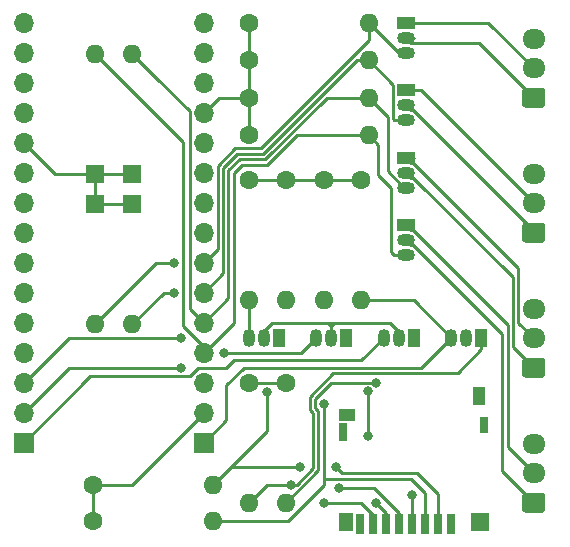
<source format=gbr>
%TF.GenerationSoftware,KiCad,Pcbnew,5.1.7*%
%TF.CreationDate,2020-10-23T00:09:38-07:00*%
%TF.ProjectId,n64_basic,6e36345f-6261-4736-9963-2e6b69636164,rev?*%
%TF.SameCoordinates,Original*%
%TF.FileFunction,Copper,L1,Top*%
%TF.FilePolarity,Positive*%
%FSLAX46Y46*%
G04 Gerber Fmt 4.6, Leading zero omitted, Abs format (unit mm)*
G04 Created by KiCad (PCBNEW 5.1.7) date 2020-10-23 00:09:38*
%MOMM*%
%LPD*%
G01*
G04 APERTURE LIST*
%TA.AperFunction,ComponentPad*%
%ADD10O,1.600000X1.600000*%
%TD*%
%TA.AperFunction,ComponentPad*%
%ADD11R,1.600000X1.600000*%
%TD*%
%TA.AperFunction,ComponentPad*%
%ADD12C,1.600000*%
%TD*%
%TA.AperFunction,ComponentPad*%
%ADD13O,1.950000X1.700000*%
%TD*%
%TA.AperFunction,ComponentPad*%
%ADD14R,1.050000X1.500000*%
%TD*%
%TA.AperFunction,ComponentPad*%
%ADD15O,1.050000X1.500000*%
%TD*%
%TA.AperFunction,ComponentPad*%
%ADD16R,1.500000X1.050000*%
%TD*%
%TA.AperFunction,ComponentPad*%
%ADD17O,1.500000X1.050000*%
%TD*%
%TA.AperFunction,SMDPad,CuDef*%
%ADD18R,1.000000X1.550000*%
%TD*%
%TA.AperFunction,SMDPad,CuDef*%
%ADD19R,1.500000X1.500000*%
%TD*%
%TA.AperFunction,SMDPad,CuDef*%
%ADD20R,0.700000X1.750000*%
%TD*%
%TA.AperFunction,SMDPad,CuDef*%
%ADD21R,0.800000X1.400000*%
%TD*%
%TA.AperFunction,SMDPad,CuDef*%
%ADD22R,1.450000X1.000000*%
%TD*%
%TA.AperFunction,SMDPad,CuDef*%
%ADD23R,0.800000X1.500000*%
%TD*%
%TA.AperFunction,SMDPad,CuDef*%
%ADD24R,1.300000X1.500000*%
%TD*%
%TA.AperFunction,ComponentPad*%
%ADD25O,1.700000X1.700000*%
%TD*%
%TA.AperFunction,ComponentPad*%
%ADD26R,1.700000X1.700000*%
%TD*%
%TA.AperFunction,ViaPad*%
%ADD27C,0.800000*%
%TD*%
%TA.AperFunction,Conductor*%
%ADD28C,0.254000*%
%TD*%
G04 APERTURE END LIST*
D10*
%TO.P,D1,2*%
%TO.N,A0*%
X97472500Y-82677000D03*
D11*
%TO.P,D1,1*%
%TO.N,INT1*%
X97472500Y-92837000D03*
%TD*%
D10*
%TO.P,D2,2*%
%TO.N,A1*%
X100647500Y-82677000D03*
D11*
%TO.P,D2,1*%
%TO.N,INT1*%
X100647500Y-92837000D03*
%TD*%
D10*
%TO.P,D3,2*%
%TO.N,A2*%
X100647500Y-105537000D03*
D11*
%TO.P,D3,1*%
%TO.N,INT1*%
X100647500Y-95377000D03*
%TD*%
D10*
%TO.P,D4,2*%
%TO.N,A3*%
X97472500Y-105537000D03*
D11*
%TO.P,D4,1*%
%TO.N,INT1*%
X97472500Y-95377000D03*
%TD*%
D10*
%TO.P,R1,2*%
%TO.N,A0*%
X120650000Y-89535000D03*
D12*
%TO.P,R1,1*%
%TO.N,5v*%
X110490000Y-89535000D03*
%TD*%
D10*
%TO.P,R2,2*%
%TO.N,A1*%
X120650000Y-86360000D03*
D12*
%TO.P,R2,1*%
%TO.N,5v*%
X110490000Y-86360000D03*
%TD*%
D10*
%TO.P,R3,2*%
%TO.N,A2*%
X120650000Y-83185000D03*
D12*
%TO.P,R3,1*%
%TO.N,5v*%
X110490000Y-83185000D03*
%TD*%
D10*
%TO.P,R4,2*%
%TO.N,A3*%
X120650000Y-80010000D03*
D12*
%TO.P,R4,1*%
%TO.N,5v*%
X110490000Y-80010000D03*
%TD*%
%TO.P,R9,1*%
%TO.N,3v3*%
X97282000Y-119126000D03*
D10*
%TO.P,R9,2*%
%TO.N,SS*%
X107442000Y-119126000D03*
%TD*%
%TO.P,R5,2*%
%TO.N,D10*%
X110490000Y-103505000D03*
D12*
%TO.P,R5,1*%
%TO.N,5v*%
X110490000Y-93345000D03*
%TD*%
%TO.P,R10,1*%
%TO.N,3v3*%
X97282000Y-122174000D03*
D10*
%TO.P,R10,2*%
%TO.N,MOSI*%
X107442000Y-122174000D03*
%TD*%
%TO.P,R6,2*%
%TO.N,D11*%
X113665000Y-103505000D03*
D12*
%TO.P,R6,1*%
%TO.N,5v*%
X113665000Y-93345000D03*
%TD*%
D10*
%TO.P,R11,2*%
%TO.N,MISO*%
X113665000Y-120650000D03*
D12*
%TO.P,R11,1*%
%TO.N,3v3*%
X113665000Y-110490000D03*
%TD*%
D10*
%TO.P,R7,2*%
%TO.N,D12*%
X116840000Y-103505000D03*
D12*
%TO.P,R7,1*%
%TO.N,5v*%
X116840000Y-93345000D03*
%TD*%
D10*
%TO.P,R12,2*%
%TO.N,SCK*%
X110490000Y-120650000D03*
D12*
%TO.P,R12,1*%
%TO.N,3v3*%
X110490000Y-110490000D03*
%TD*%
D10*
%TO.P,R8,2*%
%TO.N,D13*%
X120015000Y-103505000D03*
D12*
%TO.P,R8,1*%
%TO.N,5v*%
X120015000Y-93345000D03*
%TD*%
D13*
%TO.P,J4,3*%
%TO.N,GND*%
X134620000Y-81360000D03*
%TO.P,J4,2*%
%TO.N,Net-(J4-Pad2)*%
X134620000Y-83860000D03*
%TO.P,J4,1*%
%TO.N,Net-(J4-Pad1)*%
%TA.AperFunction,ComponentPad*%
G36*
G01*
X135345000Y-87210000D02*
X133895000Y-87210000D01*
G75*
G02*
X133645000Y-86960000I0J250000D01*
G01*
X133645000Y-85760000D01*
G75*
G02*
X133895000Y-85510000I250000J0D01*
G01*
X135345000Y-85510000D01*
G75*
G02*
X135595000Y-85760000I0J-250000D01*
G01*
X135595000Y-86960000D01*
G75*
G02*
X135345000Y-87210000I-250000J0D01*
G01*
G37*
%TD.AperFunction*%
%TD*%
%TO.P,J2,3*%
%TO.N,GND*%
X134620000Y-104220000D03*
%TO.P,J2,2*%
%TO.N,Net-(J2-Pad2)*%
X134620000Y-106720000D03*
%TO.P,J2,1*%
%TO.N,Net-(J2-Pad1)*%
%TA.AperFunction,ComponentPad*%
G36*
G01*
X135345000Y-110070000D02*
X133895000Y-110070000D01*
G75*
G02*
X133645000Y-109820000I0J250000D01*
G01*
X133645000Y-108620000D01*
G75*
G02*
X133895000Y-108370000I250000J0D01*
G01*
X135345000Y-108370000D01*
G75*
G02*
X135595000Y-108620000I0J-250000D01*
G01*
X135595000Y-109820000D01*
G75*
G02*
X135345000Y-110070000I-250000J0D01*
G01*
G37*
%TD.AperFunction*%
%TD*%
%TO.P,J1,3*%
%TO.N,GND*%
X134620000Y-115650000D03*
%TO.P,J1,2*%
%TO.N,Net-(J1-Pad2)*%
X134620000Y-118150000D03*
%TO.P,J1,1*%
%TO.N,Net-(J1-Pad1)*%
%TA.AperFunction,ComponentPad*%
G36*
G01*
X135345000Y-121500000D02*
X133895000Y-121500000D01*
G75*
G02*
X133645000Y-121250000I0J250000D01*
G01*
X133645000Y-120050000D01*
G75*
G02*
X133895000Y-119800000I250000J0D01*
G01*
X135345000Y-119800000D01*
G75*
G02*
X135595000Y-120050000I0J-250000D01*
G01*
X135595000Y-121250000D01*
G75*
G02*
X135345000Y-121500000I-250000J0D01*
G01*
G37*
%TD.AperFunction*%
%TD*%
%TO.P,J3,3*%
%TO.N,GND*%
X134620000Y-92790000D03*
%TO.P,J3,2*%
%TO.N,Net-(J3-Pad2)*%
X134620000Y-95290000D03*
%TO.P,J3,1*%
%TO.N,Net-(J3-Pad1)*%
%TA.AperFunction,ComponentPad*%
G36*
G01*
X135345000Y-98640000D02*
X133895000Y-98640000D01*
G75*
G02*
X133645000Y-98390000I0J250000D01*
G01*
X133645000Y-97190000D01*
G75*
G02*
X133895000Y-96940000I250000J0D01*
G01*
X135345000Y-96940000D01*
G75*
G02*
X135595000Y-97190000I0J-250000D01*
G01*
X135595000Y-98390000D01*
G75*
G02*
X135345000Y-98640000I-250000J0D01*
G01*
G37*
%TD.AperFunction*%
%TD*%
D14*
%TO.P,Q8,1*%
%TO.N,SCK*%
X130175000Y-106680000D03*
D15*
%TO.P,Q8,3*%
%TO.N,D13*%
X127635000Y-106680000D03*
%TO.P,Q8,2*%
%TO.N,3v3*%
X128905000Y-106680000D03*
%TD*%
D14*
%TO.P,Q7,1*%
%TO.N,MISO*%
X124460000Y-106680000D03*
D15*
%TO.P,Q7,3*%
%TO.N,D12*%
X121920000Y-106680000D03*
%TO.P,Q7,2*%
%TO.N,3v3*%
X123190000Y-106680000D03*
%TD*%
D14*
%TO.P,Q6,1*%
%TO.N,MOSI*%
X118745000Y-106680000D03*
D15*
%TO.P,Q6,3*%
%TO.N,D11*%
X116205000Y-106680000D03*
%TO.P,Q6,2*%
%TO.N,3v3*%
X117475000Y-106680000D03*
%TD*%
D14*
%TO.P,Q5,1*%
%TO.N,SS*%
X113030000Y-106680000D03*
D15*
%TO.P,Q5,3*%
%TO.N,D10*%
X110490000Y-106680000D03*
%TO.P,Q5,2*%
%TO.N,3v3*%
X111760000Y-106680000D03*
%TD*%
D16*
%TO.P,Q4,1*%
%TO.N,Net-(J4-Pad2)*%
X123825000Y-80010000D03*
D17*
%TO.P,Q4,3*%
%TO.N,A3*%
X123825000Y-82550000D03*
%TO.P,Q4,2*%
%TO.N,Net-(J4-Pad1)*%
X123825000Y-81280000D03*
%TD*%
D16*
%TO.P,Q3,1*%
%TO.N,Net-(J3-Pad2)*%
X123825000Y-85725000D03*
D17*
%TO.P,Q3,3*%
%TO.N,A2*%
X123825000Y-88265000D03*
%TO.P,Q3,2*%
%TO.N,Net-(J3-Pad1)*%
X123825000Y-86995000D03*
%TD*%
D16*
%TO.P,Q2,1*%
%TO.N,Net-(J2-Pad2)*%
X123825000Y-91440000D03*
D17*
%TO.P,Q2,3*%
%TO.N,A1*%
X123825000Y-93980000D03*
%TO.P,Q2,2*%
%TO.N,Net-(J2-Pad1)*%
X123825000Y-92710000D03*
%TD*%
D16*
%TO.P,Q1,1*%
%TO.N,Net-(J1-Pad2)*%
X123825000Y-97155000D03*
D17*
%TO.P,Q1,3*%
%TO.N,A0*%
X123825000Y-99695000D03*
%TO.P,Q1,2*%
%TO.N,Net-(J1-Pad1)*%
X123825000Y-98425000D03*
%TD*%
D18*
%TO.P,J12,10*%
%TO.N,N/C*%
X130035000Y-111628000D03*
D19*
%TO.P,J12,11*%
X130085000Y-122303000D03*
D20*
%TO.P,J12,1*%
%TO.N,Net-(J12-Pad1)*%
X127635000Y-122428000D03*
%TO.P,J12,2*%
%TO.N,SS*%
X126535000Y-122428000D03*
%TO.P,J12,3*%
%TO.N,MOSI*%
X125435000Y-122428000D03*
%TO.P,J12,4*%
%TO.N,3v3*%
X124335000Y-122428000D03*
%TO.P,J12,5*%
%TO.N,SCK*%
X123235000Y-122428000D03*
%TO.P,J12,6*%
%TO.N,GND*%
X122135000Y-122428000D03*
%TO.P,J12,7*%
%TO.N,MISO*%
X121035000Y-122428000D03*
D21*
%TO.P,J12,11*%
%TO.N,N/C*%
X130435000Y-114053000D03*
D22*
%TO.P,J12,9*%
%TO.N,Net-(J12-Pad9)*%
X118810000Y-113203000D03*
D23*
%TO.P,J12,11*%
%TO.N,N/C*%
X118485000Y-114703000D03*
D24*
X118735000Y-122303000D03*
D20*
%TO.P,J12,8*%
%TO.N,Net-(J12-Pad8)*%
X119935000Y-122428000D03*
%TD*%
D25*
%TO.P,J5,15*%
%TO.N,Net-(J5-Pad15)*%
X106680000Y-80010000D03*
%TO.P,J5,14*%
%TO.N,GND*%
X106680000Y-82550000D03*
%TO.P,J5,13*%
%TO.N,Net-(J5-Pad13)*%
X106680000Y-85090000D03*
%TO.P,J5,12*%
%TO.N,5v*%
X106680000Y-87630000D03*
%TO.P,J5,11*%
%TO.N,GND*%
X106680000Y-90170000D03*
%TO.P,J5,10*%
X106680000Y-92710000D03*
%TO.P,J5,9*%
X106680000Y-95250000D03*
%TO.P,J5,8*%
X106680000Y-97790000D03*
%TO.P,J5,7*%
%TO.N,A3*%
X106680000Y-100330000D03*
%TO.P,J5,6*%
%TO.N,A2*%
X106680000Y-102870000D03*
%TO.P,J5,5*%
%TO.N,A1*%
X106680000Y-105410000D03*
%TO.P,J5,4*%
%TO.N,A0*%
X106680000Y-107950000D03*
%TO.P,J5,3*%
%TO.N,Net-(J5-Pad3)*%
X106680000Y-110490000D03*
%TO.P,J5,2*%
%TO.N,3v3*%
X106680000Y-113030000D03*
D26*
%TO.P,J5,1*%
%TO.N,D13*%
X106680000Y-115570000D03*
%TD*%
D25*
%TO.P,J6,15*%
%TO.N,TX*%
X91440000Y-80010000D03*
%TO.P,J6,14*%
%TO.N,RX*%
X91440000Y-82550000D03*
%TO.P,J6,13*%
%TO.N,Net-(J6-Pad13)*%
X91440000Y-85090000D03*
%TO.P,J6,12*%
%TO.N,GND*%
X91440000Y-87630000D03*
%TO.P,J6,11*%
%TO.N,INT1*%
X91440000Y-90170000D03*
%TO.P,J6,10*%
%TO.N,Net-(J6-Pad10)*%
X91440000Y-92710000D03*
%TO.P,J6,9*%
%TO.N,Net-(J6-Pad9)*%
X91440000Y-95250000D03*
%TO.P,J6,8*%
%TO.N,Net-(J6-Pad8)*%
X91440000Y-97790000D03*
%TO.P,J6,7*%
%TO.N,Net-(J6-Pad7)*%
X91440000Y-100330000D03*
%TO.P,J6,6*%
%TO.N,Net-(J6-Pad6)*%
X91440000Y-102870000D03*
%TO.P,J6,5*%
%TO.N,Net-(J6-Pad5)*%
X91440000Y-105410000D03*
%TO.P,J6,4*%
%TO.N,Net-(J6-Pad4)*%
X91440000Y-107950000D03*
%TO.P,J6,3*%
%TO.N,D10*%
X91440000Y-110490000D03*
%TO.P,J6,2*%
%TO.N,D11*%
X91440000Y-113030000D03*
D26*
%TO.P,J6,1*%
%TO.N,D12*%
X91440000Y-115570000D03*
%TD*%
D27*
%TO.N,GND*%
X121285000Y-120650000D03*
%TO.N,3v3*%
X124335000Y-120013000D03*
X120557999Y-111217001D03*
X120557999Y-114969999D03*
%TO.N,A2*%
X104140000Y-102870000D03*
%TO.N,A3*%
X104140000Y-100330000D03*
%TO.N,D11*%
X108421962Y-107950000D03*
X104775000Y-109220000D03*
%TO.N,D10*%
X104775000Y-106680000D03*
%TO.N,MISO*%
X116840000Y-120650000D03*
X121285000Y-110490000D03*
%TO.N,SCK*%
X118110000Y-119380000D03*
X114049533Y-119122467D03*
%TO.N,MOSI*%
X116840000Y-112268000D03*
%TO.N,SS*%
X117856000Y-117602000D03*
X114808000Y-117602000D03*
X112014000Y-111252000D03*
%TD*%
D28*
%TO.N,GND*%
X122135000Y-121500000D02*
X122135000Y-122428000D01*
X121285000Y-120650000D02*
X122135000Y-121500000D01*
%TO.N,Net-(J1-Pad2)*%
X124402914Y-97572990D02*
X132409970Y-105580046D01*
X132409970Y-115939970D02*
X134620000Y-118150000D01*
X124242990Y-97572990D02*
X124402914Y-97572990D01*
X132409970Y-105580046D02*
X132409970Y-115939970D01*
X123825000Y-97155000D02*
X124242990Y-97572990D01*
%TO.N,Net-(J1-Pad1)*%
X131955960Y-106396036D02*
X131955960Y-117985960D01*
X124402914Y-98842990D02*
X131955960Y-106396036D01*
X124242990Y-98842990D02*
X124402914Y-98842990D01*
X131955960Y-117985960D02*
X134620000Y-120650000D01*
X123825000Y-98425000D02*
X124242990Y-98842990D01*
%TO.N,Net-(J2-Pad2)*%
X124460000Y-91440000D02*
X123825000Y-91440000D01*
X133317990Y-105417990D02*
X134620000Y-106720000D01*
X133317990Y-100773066D02*
X133317990Y-105417990D01*
X124402914Y-91857990D02*
X133317990Y-100773066D01*
X124242990Y-91857990D02*
X124402914Y-91857990D01*
X123825000Y-91440000D02*
X124242990Y-91857990D01*
%TO.N,Net-(J2-Pad1)*%
X132863980Y-107463980D02*
X134620000Y-109220000D01*
X124402914Y-93127990D02*
X132863980Y-101589056D01*
X132863980Y-101589056D02*
X132863980Y-107463980D01*
X124242990Y-93127990D02*
X124402914Y-93127990D01*
X123825000Y-92710000D02*
X124242990Y-93127990D01*
%TO.N,Net-(J3-Pad2)*%
X124264543Y-85725000D02*
X123825000Y-85725000D01*
X125055000Y-85725000D02*
X134620000Y-95290000D01*
X123825000Y-85725000D02*
X125055000Y-85725000D01*
%TO.N,Net-(J3-Pad1)*%
X134620000Y-97630076D02*
X134620000Y-97790000D01*
X124402914Y-87412990D02*
X134620000Y-97630076D01*
X124242990Y-87412990D02*
X124402914Y-87412990D01*
X123825000Y-86995000D02*
X124242990Y-87412990D01*
%TO.N,Net-(J4-Pad2)*%
X130770000Y-80010000D02*
X134620000Y-83860000D01*
X123825000Y-80010000D02*
X130770000Y-80010000D01*
%TO.N,Net-(J4-Pad1)*%
X123825000Y-81280000D02*
X124460000Y-81280000D01*
X129957990Y-81697990D02*
X134620000Y-86360000D01*
X124242990Y-81697990D02*
X129957990Y-81697990D01*
X123825000Y-81280000D02*
X124242990Y-81697990D01*
%TO.N,D13*%
X124460000Y-103505000D02*
X127635000Y-106680000D01*
X120015000Y-103505000D02*
X124460000Y-103505000D01*
X127635000Y-106680000D02*
X125095000Y-109220000D01*
X110092038Y-109220000D02*
X108585000Y-110727038D01*
X125095000Y-109220000D02*
X110092038Y-109220000D01*
X108585000Y-113665000D02*
X106680000Y-115570000D01*
X108585000Y-110727038D02*
X108585000Y-113665000D01*
%TO.N,3v3*%
X110490000Y-110490000D02*
X113665000Y-110490000D01*
X97282000Y-119126000D02*
X97282000Y-122174000D01*
X100584000Y-119126000D02*
X106680000Y-113030000D01*
X97282000Y-119126000D02*
X100584000Y-119126000D01*
X117475000Y-105676000D02*
X117475000Y-106680000D01*
X117209000Y-105410000D02*
X117475000Y-105676000D01*
X111760000Y-106086398D02*
X112436398Y-105410000D01*
X111760000Y-106680000D02*
X111760000Y-106086398D01*
X117475000Y-105676000D02*
X117741000Y-105410000D01*
X123190000Y-106172000D02*
X123190000Y-106680000D01*
X122428000Y-105410000D02*
X123190000Y-106172000D01*
X115824000Y-105410000D02*
X119380000Y-105410000D01*
X119380000Y-105410000D02*
X122428000Y-105410000D01*
X117741000Y-105410000D02*
X119380000Y-105410000D01*
X112436398Y-105410000D02*
X115824000Y-105410000D01*
X115824000Y-105410000D02*
X117209000Y-105410000D01*
X124335000Y-122428000D02*
X124335000Y-120013000D01*
X120557999Y-111217001D02*
X120557999Y-114969999D01*
X120557999Y-114969999D02*
X120557999Y-114969999D01*
%TO.N,A0*%
X114558236Y-89535000D02*
X120650000Y-89535000D01*
X112069208Y-92024030D02*
X114558236Y-89535000D01*
X109220000Y-92710000D02*
X109905970Y-92024030D01*
X109220000Y-105410000D02*
X109220000Y-92710000D01*
X109905970Y-92024030D02*
X112069208Y-92024030D01*
X106680000Y-107950000D02*
X109220000Y-105410000D01*
X121449999Y-90334999D02*
X121449999Y-92874999D01*
X120650000Y-89535000D02*
X121449999Y-90334999D01*
X121449999Y-92874999D02*
X122555000Y-93980000D01*
X122821000Y-99695000D02*
X123825000Y-99695000D01*
X122555000Y-99429000D02*
X122821000Y-99695000D01*
X122555000Y-93980000D02*
X122555000Y-99429000D01*
X106680000Y-107950000D02*
X106680000Y-107509038D01*
X104902000Y-90106500D02*
X97472500Y-82677000D01*
X106680000Y-107509038D02*
X104902000Y-105731038D01*
X104902000Y-105731038D02*
X104902000Y-90106500D01*
%TO.N,A1*%
X117091170Y-86360000D02*
X120650000Y-86360000D01*
X111881151Y-91570020D02*
X117091170Y-86360000D01*
X109717913Y-91570020D02*
X111881151Y-91570020D01*
X108765021Y-92522912D02*
X109717913Y-91570020D01*
X108765021Y-103324979D02*
X108765021Y-92522912D01*
X106680000Y-105410000D02*
X108765021Y-103324979D01*
X120650000Y-86360000D02*
X122293980Y-88003980D01*
X123665076Y-93980000D02*
X123825000Y-93980000D01*
X122293980Y-92608904D02*
X123665076Y-93980000D01*
X122293980Y-88003980D02*
X122293980Y-92608904D01*
X105502999Y-87532499D02*
X102584250Y-84613750D01*
X106680000Y-105410000D02*
X105502999Y-104232999D01*
X105502999Y-104232999D02*
X105502999Y-87532499D01*
X102584250Y-84613750D02*
X100647500Y-82677000D01*
X102870000Y-84899500D02*
X102584250Y-84613750D01*
%TO.N,A2*%
X122747990Y-88191990D02*
X122821000Y-88265000D01*
X122747990Y-85282990D02*
X122747990Y-88191990D01*
X122821000Y-88265000D02*
X123825000Y-88265000D01*
X120650000Y-83185000D02*
X122747990Y-85282990D01*
X119624104Y-83185000D02*
X120650000Y-83185000D01*
X111693094Y-91116010D02*
X119624104Y-83185000D01*
X109529856Y-91116010D02*
X111693094Y-91116010D01*
X108311011Y-92334855D02*
X109529856Y-91116010D01*
X108311011Y-101238989D02*
X108311011Y-92334855D01*
X106680000Y-102870000D02*
X108311011Y-101238989D01*
X103314500Y-102870000D02*
X100647500Y-105537000D01*
X104140000Y-102870000D02*
X103314500Y-102870000D01*
%TO.N,A3*%
X123190000Y-82550000D02*
X123825000Y-82550000D01*
X120650000Y-80010000D02*
X123190000Y-82550000D01*
X120650000Y-81517038D02*
X120650000Y-80010000D01*
X111505037Y-90662001D02*
X120650000Y-81517038D01*
X109341798Y-90662001D02*
X111505037Y-90662001D01*
X107857001Y-92146798D02*
X109341798Y-90662001D01*
X107857001Y-99152999D02*
X107857001Y-92146798D01*
X106680000Y-100330000D02*
X107857001Y-99152999D01*
X102679500Y-100330000D02*
X97472500Y-105537000D01*
X104140000Y-100330000D02*
X102679500Y-100330000D01*
%TO.N,5v*%
X110490000Y-80010000D02*
X110490000Y-83185000D01*
X110490000Y-83185000D02*
X110490000Y-86360000D01*
X110490000Y-86360000D02*
X110490000Y-89535000D01*
X107950000Y-86360000D02*
X106680000Y-87630000D01*
X110490000Y-86360000D02*
X107950000Y-86360000D01*
X110490000Y-93345000D02*
X113665000Y-93345000D01*
X113665000Y-93345000D02*
X116840000Y-93345000D01*
X116840000Y-93345000D02*
X120015000Y-93345000D01*
%TO.N,D12*%
X120015000Y-108585000D02*
X121920000Y-106680000D01*
X109220000Y-108585000D02*
X120015000Y-108585000D01*
X105502999Y-109947001D02*
X106230000Y-109220000D01*
X97062999Y-109947001D02*
X105502999Y-109947001D01*
X91440000Y-115570000D02*
X97062999Y-109947001D01*
X109220000Y-108585000D02*
X108585000Y-109220000D01*
X106230000Y-109220000D02*
X108585000Y-109220000D01*
%TO.N,D11*%
X116205000Y-106045000D02*
X116205000Y-106680000D01*
X114935000Y-107950000D02*
X116205000Y-106680000D01*
X108421962Y-107950000D02*
X114935000Y-107950000D01*
X95250000Y-109220000D02*
X91440000Y-113030000D01*
X104775000Y-109220000D02*
X95250000Y-109220000D01*
%TO.N,D10*%
X110490000Y-103505000D02*
X110490000Y-106680000D01*
X95250000Y-106680000D02*
X91440000Y-110490000D01*
X104775000Y-106680000D02*
X95250000Y-106680000D01*
%TO.N,MISO*%
X117482066Y-110490000D02*
X121285000Y-110490000D01*
X116112999Y-111859067D02*
X117482066Y-110490000D01*
X116112999Y-112616961D02*
X116112999Y-111859067D01*
X116385990Y-112889952D02*
X116112999Y-112616961D01*
X116385990Y-117929010D02*
X116385990Y-112889952D01*
X113665000Y-120650000D02*
X116385990Y-117929010D01*
X119989000Y-120650000D02*
X116840000Y-120650000D01*
X121035000Y-121714398D02*
X119989000Y-120668398D01*
X119989000Y-120668398D02*
X119989000Y-120650000D01*
X121035000Y-122428000D02*
X121035000Y-121714398D01*
%TO.N,SCK*%
X130175000Y-107684000D02*
X130175000Y-106680000D01*
X128184990Y-109674010D02*
X130175000Y-107684000D01*
X117655990Y-109674010D02*
X128184990Y-109674010D01*
X115658990Y-112805018D02*
X115658990Y-111671010D01*
X115931980Y-113078008D02*
X115658990Y-112805018D01*
X115931980Y-117740954D02*
X115931980Y-113078008D01*
X115658990Y-111671010D02*
X117655990Y-109674010D01*
X114550467Y-119122467D02*
X115931980Y-117740954D01*
X112017533Y-119122467D02*
X114049533Y-119122467D01*
X110490000Y-120650000D02*
X112017533Y-119122467D01*
X114049533Y-119122467D02*
X114550467Y-119122467D01*
X118110000Y-119380000D02*
X121087067Y-119380000D01*
X121087067Y-119380000D02*
X123235000Y-121527933D01*
X123235000Y-121527933D02*
X123235000Y-122428000D01*
%TO.N,MOSI*%
X113808962Y-122174000D02*
X116840000Y-119142962D01*
X107442000Y-122174000D02*
X113808962Y-122174000D01*
X116840000Y-119142962D02*
X116840000Y-118618000D01*
X116840000Y-118618000D02*
X124206000Y-118618000D01*
X116840000Y-112268000D02*
X116840000Y-118618000D01*
X125435000Y-119847000D02*
X124206000Y-118618000D01*
X125435000Y-122428000D02*
X125435000Y-119847000D01*
%TO.N,SS*%
X118417990Y-118163990D02*
X117856000Y-117602000D01*
X114808000Y-117602000D02*
X108966000Y-117602000D01*
X108966000Y-117602000D02*
X112014000Y-114554000D01*
X107442000Y-119126000D02*
X108966000Y-117602000D01*
X112014000Y-111252000D02*
X112014000Y-114554000D01*
X124767990Y-118163990D02*
X118417990Y-118163990D01*
X126535000Y-119931000D02*
X124767990Y-118163990D01*
X126535000Y-122428000D02*
X126535000Y-119931000D01*
%TO.N,INT1*%
X97472500Y-92837000D02*
X100647500Y-92837000D01*
X94107000Y-92837000D02*
X91440000Y-90170000D01*
X97472500Y-92837000D02*
X94107000Y-92837000D01*
X100647500Y-95377000D02*
X97472500Y-95377000D01*
X97472500Y-95377000D02*
X97472500Y-92837000D01*
%TD*%
M02*

</source>
